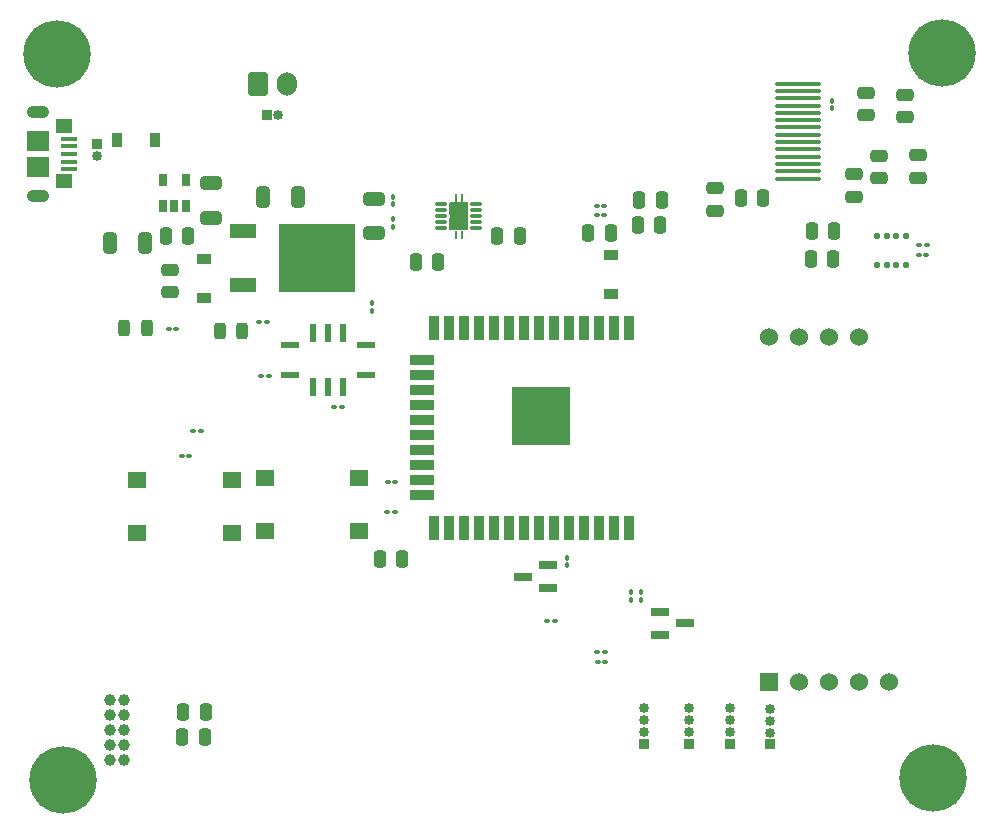
<source format=gbr>
%TF.GenerationSoftware,KiCad,Pcbnew,(5.99.0-8928-gc255dede17)*%
%TF.CreationDate,2021-02-10T00:55:29-08:00*%
%TF.ProjectId,smbpcb,736d6270-6362-42e6-9b69-6361645f7063,rev?*%
%TF.SameCoordinates,Original*%
%TF.FileFunction,Soldermask,Top*%
%TF.FilePolarity,Negative*%
%FSLAX46Y46*%
G04 Gerber Fmt 4.6, Leading zero omitted, Abs format (unit mm)*
G04 Created by KiCad (PCBNEW (5.99.0-8928-gc255dede17)) date 2021-02-10 00:55:29*
%MOMM*%
%LPD*%
G01*
G04 APERTURE LIST*
G04 Aperture macros list*
%AMRoundRect*
0 Rectangle with rounded corners*
0 $1 Rounding radius*
0 $2 $3 $4 $5 $6 $7 $8 $9 X,Y pos of 4 corners*
0 Add a 4 corners polygon primitive as box body*
4,1,4,$2,$3,$4,$5,$6,$7,$8,$9,$2,$3,0*
0 Add four circle primitives for the rounded corners*
1,1,$1+$1,$2,$3*
1,1,$1+$1,$4,$5*
1,1,$1+$1,$6,$7*
1,1,$1+$1,$8,$9*
0 Add four rect primitives between the rounded corners*
20,1,$1+$1,$2,$3,$4,$5,0*
20,1,$1+$1,$4,$5,$6,$7,0*
20,1,$1+$1,$6,$7,$8,$9,0*
20,1,$1+$1,$8,$9,$2,$3,0*%
G04 Aperture macros list end*
%ADD10R,0.900000X1.200000*%
%ADD11RoundRect,0.100000X-0.130000X-0.100000X0.130000X-0.100000X0.130000X0.100000X-0.130000X0.100000X0*%
%ADD12C,5.700000*%
%ADD13R,0.650000X1.060000*%
%ADD14RoundRect,0.250000X-0.250000X-0.475000X0.250000X-0.475000X0.250000X0.475000X-0.250000X0.475000X0*%
%ADD15R,0.850000X0.850000*%
%ADD16O,0.850000X0.850000*%
%ADD17RoundRect,0.250000X0.650000X-0.325000X0.650000X0.325000X-0.650000X0.325000X-0.650000X-0.325000X0*%
%ADD18R,2.200000X1.200000*%
%ADD19R,6.400000X5.800000*%
%ADD20RoundRect,0.250000X-0.325000X-0.650000X0.325000X-0.650000X0.325000X0.650000X-0.325000X0.650000X0*%
%ADD21RoundRect,0.100000X-0.100000X0.130000X-0.100000X-0.130000X0.100000X-0.130000X0.100000X0.130000X0*%
%ADD22RoundRect,0.250000X0.250000X0.475000X-0.250000X0.475000X-0.250000X-0.475000X0.250000X-0.475000X0*%
%ADD23RoundRect,0.100000X0.130000X0.100000X-0.130000X0.100000X-0.130000X-0.100000X0.130000X-0.100000X0*%
%ADD24RoundRect,0.250000X-0.475000X0.250000X-0.475000X-0.250000X0.475000X-0.250000X0.475000X0.250000X0*%
%ADD25RoundRect,0.125000X0.125000X0.137500X-0.125000X0.137500X-0.125000X-0.137500X0.125000X-0.137500X0*%
%ADD26RoundRect,0.250000X0.475000X-0.250000X0.475000X0.250000X-0.475000X0.250000X-0.475000X-0.250000X0*%
%ADD27O,0.990000X0.420000*%
%ADD28RoundRect,0.070000X0.140000X0.140000X-0.140000X0.140000X-0.140000X-0.140000X0.140000X-0.140000X0*%
%ADD29C,0.600000*%
%ADD30R,0.280000X0.700000*%
%ADD31R,0.260000X0.500000*%
%ADD32R,0.680000X1.050000*%
%ADD33R,1.650000X2.400000*%
%ADD34RoundRect,0.100000X0.100000X-0.130000X0.100000X0.130000X-0.100000X0.130000X-0.100000X-0.130000X0*%
%ADD35R,1.524000X1.524000*%
%ADD36C,1.524000*%
%ADD37R,1.600000X1.400000*%
%ADD38R,1.400000X0.400000*%
%ADD39R,1.900000X1.750000*%
%ADD40O,1.900000X1.050000*%
%ADD41R,1.450000X1.150000*%
%ADD42C,1.000000*%
%ADD43R,1.200000X0.900000*%
%ADD44RoundRect,0.070000X0.650000X0.300000X-0.650000X0.300000X-0.650000X-0.300000X0.650000X-0.300000X0*%
%ADD45RoundRect,0.250000X-0.600000X-0.750000X0.600000X-0.750000X0.600000X0.750000X-0.600000X0.750000X0*%
%ADD46O,1.700000X2.000000*%
%ADD47RoundRect,0.250000X-0.650000X0.325000X-0.650000X-0.325000X0.650000X-0.325000X0.650000X0.325000X0*%
%ADD48RoundRect,0.243750X-0.243750X-0.456250X0.243750X-0.456250X0.243750X0.456250X-0.243750X0.456250X0*%
%ADD49O,4.000000X0.320000*%
%ADD50R,0.600000X1.500000*%
%ADD51R,1.500000X0.600000*%
%ADD52RoundRect,0.070000X-0.650000X-0.300000X0.650000X-0.300000X0.650000X0.300000X-0.650000X0.300000X0*%
%ADD53R,0.900000X2.000000*%
%ADD54R,2.000000X0.900000*%
%ADD55R,5.000000X5.000000*%
G04 APERTURE END LIST*
D10*
%TO.C,D5*%
X78600000Y-23850000D03*
X81900000Y-23850000D03*
%TD*%
D11*
%TO.C,R28*%
X83030000Y-39850000D03*
X83670000Y-39850000D03*
%TD*%
%TO.C,R26*%
X85080000Y-48500000D03*
X85720000Y-48500000D03*
%TD*%
D12*
%TO.C,REF\u002A\u002A*%
X148500000Y-16500000D03*
%TD*%
D13*
%TO.C,U1*%
X82550000Y-29450000D03*
X83500000Y-29450000D03*
X84450000Y-29450000D03*
X84450000Y-27250000D03*
X82550000Y-27250000D03*
%TD*%
D14*
%TO.C,C9*%
X118550000Y-31750000D03*
X120450000Y-31750000D03*
%TD*%
D15*
%TO.C,EXT_BATT1*%
X91300000Y-21750000D03*
D16*
X92300000Y-21750000D03*
%TD*%
D17*
%TO.C,C3*%
X100380800Y-31780200D03*
X100380800Y-28830200D03*
%TD*%
D14*
%TO.C,R8*%
X122725000Y-31050000D03*
X124625000Y-31050000D03*
%TD*%
D15*
%TO.C,AUX_CONN2*%
X127050000Y-75000000D03*
D16*
X127050000Y-74000000D03*
X127050000Y-73000000D03*
X127050000Y-72000000D03*
%TD*%
D18*
%TO.C,Q1*%
X89272000Y-31578200D03*
D19*
X95572000Y-33858200D03*
D18*
X89272000Y-36138200D03*
%TD*%
D20*
%TO.C,R1*%
X78025000Y-32600000D03*
X80975000Y-32600000D03*
%TD*%
D21*
%TO.C,R11*%
X116757500Y-59244000D03*
X116757500Y-59884000D03*
%TD*%
D22*
%TO.C,C7*%
X133331000Y-28827300D03*
X131431000Y-28827300D03*
%TD*%
D23*
%TO.C,R15*%
X119970000Y-68100000D03*
X119330000Y-68100000D03*
%TD*%
D24*
%TO.C,C10*%
X146456400Y-25161200D03*
X146456400Y-27061200D03*
%TD*%
%TO.C,C8*%
X143154400Y-25212000D03*
X143154400Y-27112000D03*
%TD*%
D25*
%TO.C,U5*%
X145403300Y-34417400D03*
X144603300Y-34417400D03*
X143803300Y-34417400D03*
X143003300Y-34417400D03*
X143003300Y-32042400D03*
X143803300Y-32042400D03*
X144603300Y-32042400D03*
X145403300Y-32042400D03*
%TD*%
D14*
%TO.C,R22*%
X84250000Y-72300000D03*
X86150000Y-72300000D03*
%TD*%
D26*
%TO.C,C14*%
X145389600Y-21930400D03*
X145389600Y-20030400D03*
%TD*%
D14*
%TO.C,L1*%
X103950200Y-34242200D03*
X105850200Y-34242200D03*
%TD*%
D27*
%TO.C,U2*%
X109042200Y-31330600D03*
D28*
X109327200Y-31330600D03*
D27*
X109042200Y-30830600D03*
D28*
X109327200Y-30830600D03*
D27*
X109042200Y-30330600D03*
D28*
X109327200Y-30330600D03*
D27*
X109042200Y-29830600D03*
D28*
X109327200Y-29830600D03*
D27*
X109042200Y-29330600D03*
D28*
X109327200Y-29330600D03*
D27*
X106092200Y-29330600D03*
D28*
X105807200Y-29330600D03*
D27*
X106092200Y-29830600D03*
D28*
X105807200Y-29830600D03*
X105807200Y-30330600D03*
D27*
X106092200Y-30330600D03*
D28*
X105807200Y-30830600D03*
D27*
X106092200Y-30830600D03*
D28*
X105807200Y-31330600D03*
D27*
X106092200Y-31330600D03*
D29*
X107067200Y-31080600D03*
D30*
X107817200Y-28780600D03*
D29*
X108067200Y-31080600D03*
D30*
X107317200Y-28780600D03*
D31*
X107317200Y-28700600D03*
D30*
X107317200Y-31880600D03*
D29*
X107567200Y-30330600D03*
D30*
X107817200Y-31880600D03*
D32*
X108017200Y-30965600D03*
D33*
X107567200Y-30330600D03*
D29*
X108067200Y-29580600D03*
D32*
X107117200Y-30965600D03*
D29*
X107067200Y-29580600D03*
D32*
X107117200Y-29695600D03*
D31*
X107817200Y-31960600D03*
D32*
X108017200Y-29695600D03*
D31*
X107317200Y-31960600D03*
X107817200Y-28700600D03*
%TD*%
D11*
%TO.C,C12*%
X146524900Y-33636300D03*
X147164900Y-33636300D03*
%TD*%
%TO.C,R24*%
X101530000Y-55400000D03*
X102170000Y-55400000D03*
%TD*%
D26*
%TO.C,C5*%
X83132400Y-36767000D03*
X83132400Y-34867000D03*
%TD*%
D34*
%TO.C,R2*%
X101979200Y-31209400D03*
X101979200Y-30569400D03*
%TD*%
D35*
%TO.C,U6*%
X133805000Y-69787500D03*
D36*
X136345000Y-69787500D03*
X138885000Y-69787500D03*
X141425000Y-69787500D03*
X143965000Y-69787500D03*
X133805000Y-40577500D03*
X136345000Y-40577500D03*
X138885000Y-40577500D03*
X141425000Y-40577500D03*
%TD*%
D23*
%TO.C,C16*%
X84770000Y-50600000D03*
X84130000Y-50600000D03*
%TD*%
%TO.C,R20*%
X91470000Y-43815000D03*
X90830000Y-43815000D03*
%TD*%
D37*
%TO.C,SW2*%
X80350000Y-52650000D03*
X88350000Y-52650000D03*
X80350000Y-57150000D03*
X88350000Y-57150000D03*
%TD*%
D38*
%TO.C,J1*%
X74600000Y-23750000D03*
X74600000Y-24400000D03*
X74600000Y-25050000D03*
X74600000Y-25700000D03*
X74600000Y-26350000D03*
D39*
X71950000Y-26175000D03*
X71950000Y-23925000D03*
D40*
X71950000Y-28625000D03*
D41*
X74180000Y-27370000D03*
X74180000Y-22730000D03*
D40*
X71950000Y-21475000D03*
%TD*%
D42*
%TO.C,J2*%
X78040000Y-76340000D03*
X79200000Y-76340000D03*
X78040000Y-75070000D03*
X79200000Y-75070000D03*
X78040000Y-73800000D03*
X79200000Y-73800000D03*
X78040000Y-72530000D03*
X79200000Y-72530000D03*
X78040000Y-71260000D03*
X79200000Y-71260000D03*
%TD*%
D12*
%TO.C,*%
X74100000Y-78100000D03*
%TD*%
D15*
%TO.C,5V_IN1*%
X76950000Y-24250000D03*
D16*
X76950000Y-25250000D03*
%TD*%
D43*
%TO.C,D2*%
X120500000Y-36900000D03*
X120500000Y-33600000D03*
%TD*%
D11*
%TO.C,R6*%
X119250000Y-29500000D03*
X119890000Y-29500000D03*
%TD*%
%TO.C,R13*%
X115080000Y-64600000D03*
X115720000Y-64600000D03*
%TD*%
D15*
%TO.C,AUX_CONN1*%
X123300000Y-75000000D03*
D16*
X123300000Y-74000000D03*
X123300000Y-73000000D03*
X123300000Y-72000000D03*
%TD*%
D20*
%TO.C,C2*%
X90975000Y-28700000D03*
X93925000Y-28700000D03*
%TD*%
D11*
%TO.C,R25*%
X90680000Y-39250000D03*
X91320000Y-39250000D03*
%TD*%
D44*
%TO.C,Q2*%
X115140500Y-61784000D03*
X115140500Y-59884000D03*
X113040500Y-60834000D03*
%TD*%
D45*
%TO.C,BT1*%
X90550000Y-19132500D03*
D46*
X93050000Y-19132500D03*
%TD*%
D34*
%TO.C,R14*%
X123000000Y-62820000D03*
X123000000Y-62180000D03*
%TD*%
D47*
%TO.C,C1*%
X86637600Y-27509400D03*
X86637600Y-30459400D03*
%TD*%
D48*
%TO.C,D3*%
X87387500Y-40050000D03*
X89262500Y-40050000D03*
%TD*%
D34*
%TO.C,R3*%
X101979200Y-29315000D03*
X101979200Y-28675000D03*
%TD*%
D43*
%TO.C,D1*%
X86028000Y-37263800D03*
X86028000Y-33963800D03*
%TD*%
D14*
%TO.C,R23*%
X84150000Y-74400000D03*
X86050000Y-74400000D03*
%TD*%
%TO.C,R18*%
X137378400Y-33959800D03*
X139278400Y-33959800D03*
%TD*%
D34*
%TO.C,R21*%
X139192000Y-21198800D03*
X139192000Y-20558800D03*
%TD*%
D26*
%TO.C,R7*%
X129286000Y-29855200D03*
X129286000Y-27955200D03*
%TD*%
D15*
%TO.C,AUX_CONN3*%
X130580000Y-74987500D03*
D16*
X130580000Y-73987500D03*
X130580000Y-72987500D03*
X130580000Y-71987500D03*
%TD*%
D49*
%TO.C,U4*%
X136316800Y-27154400D03*
X136316800Y-26534400D03*
X136316800Y-25914400D03*
X136316800Y-25294400D03*
X136316800Y-24674400D03*
X136316800Y-24054400D03*
X136316800Y-23434400D03*
X136316800Y-22814400D03*
X136316800Y-22194400D03*
X136316800Y-21574400D03*
X136316800Y-20954400D03*
X136316800Y-20334400D03*
X136316800Y-19714400D03*
X136316800Y-19094400D03*
%TD*%
D12*
%TO.C,REF\u002A\u002A*%
X147700000Y-77900000D03*
%TD*%
D26*
%TO.C,C11*%
X142087600Y-21778000D03*
X142087600Y-19878000D03*
%TD*%
D23*
%TO.C,C15*%
X102220000Y-52850000D03*
X101580000Y-52850000D03*
%TD*%
D37*
%TO.C,SW1*%
X99150000Y-57000000D03*
X91150000Y-57000000D03*
X99150000Y-52500000D03*
X91150000Y-52500000D03*
%TD*%
D48*
%TO.C,D4*%
X79275000Y-39800000D03*
X81150000Y-39800000D03*
%TD*%
D14*
%TO.C,R27*%
X100900000Y-59350000D03*
X102800000Y-59350000D03*
%TD*%
%TO.C,C4*%
X110825200Y-32029400D03*
X112725200Y-32029400D03*
%TD*%
D11*
%TO.C,R5*%
X119250000Y-30250000D03*
X119890000Y-30250000D03*
%TD*%
D12*
%TO.C,REF\u002A\u002A*%
X73600000Y-16600000D03*
%TD*%
D26*
%TO.C,C6*%
X141017000Y-28659700D03*
X141017000Y-26759700D03*
%TD*%
D50*
%TO.C,IC1*%
X95250000Y-44750000D03*
X96500000Y-44750000D03*
X97750000Y-44750000D03*
D51*
X99750000Y-43770000D03*
X99750000Y-41230000D03*
D50*
X97750000Y-40250000D03*
X96500000Y-40250000D03*
X95250000Y-40250000D03*
D51*
X93250000Y-41230000D03*
X93250000Y-43770000D03*
%TD*%
D52*
%TO.C,Q3*%
X124600000Y-63850000D03*
X124600000Y-65750000D03*
X126700000Y-64800000D03*
%TD*%
D11*
%TO.C,R16*%
X119320000Y-67250000D03*
X119960000Y-67250000D03*
%TD*%
D21*
%TO.C,R10*%
X100203000Y-37689000D03*
X100203000Y-38329000D03*
%TD*%
D23*
%TO.C,C13*%
X147215700Y-32772700D03*
X146575700Y-32772700D03*
%TD*%
D34*
%TO.C,R12*%
X122150000Y-62820000D03*
X122150000Y-62180000D03*
%TD*%
D14*
%TO.C,R17*%
X137480000Y-31546800D03*
X139380000Y-31546800D03*
%TD*%
D22*
%TO.C,R4*%
X84650000Y-32000000D03*
X82750000Y-32000000D03*
%TD*%
D53*
%TO.C,U3*%
X122000000Y-39750000D03*
X120730000Y-39750000D03*
X119460000Y-39750000D03*
X118190000Y-39750000D03*
X116920000Y-39750000D03*
X115650000Y-39750000D03*
X114380000Y-39750000D03*
X113110000Y-39750000D03*
X111840000Y-39750000D03*
X110570000Y-39750000D03*
X109300000Y-39750000D03*
X108030000Y-39750000D03*
X106760000Y-39750000D03*
X105490000Y-39750000D03*
D54*
X104490000Y-42535000D03*
X104490000Y-43805000D03*
X104490000Y-45075000D03*
X104490000Y-46345000D03*
X104490000Y-47615000D03*
X104490000Y-48885000D03*
X104490000Y-50155000D03*
X104490000Y-51425000D03*
X104490000Y-52695000D03*
X104490000Y-53965000D03*
D53*
X105490000Y-56750000D03*
X106760000Y-56750000D03*
X108030000Y-56750000D03*
X109300000Y-56750000D03*
X110570000Y-56750000D03*
X111840000Y-56750000D03*
X113110000Y-56750000D03*
X114380000Y-56750000D03*
X115650000Y-56750000D03*
X116920000Y-56750000D03*
X118190000Y-56750000D03*
X119460000Y-56750000D03*
X120730000Y-56750000D03*
X122000000Y-56750000D03*
D55*
X114500000Y-47250000D03*
%TD*%
D23*
%TO.C,R19*%
X97678200Y-46507400D03*
X97038200Y-46507400D03*
%TD*%
D15*
%TO.C,AUX_CONN4*%
X133950000Y-75050000D03*
D16*
X133950000Y-74050000D03*
X133950000Y-73050000D03*
X133950000Y-72050000D03*
%TD*%
D14*
%TO.C,R9*%
X122850000Y-28925000D03*
X124750000Y-28925000D03*
%TD*%
M02*

</source>
